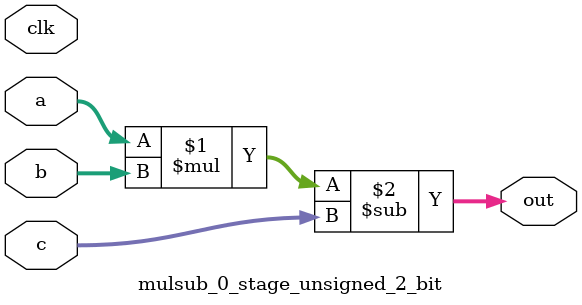
<source format=sv>
(* use_dsp = "yes" *) module mulsub_0_stage_unsigned_2_bit(
	input  [1:0] a,
	input  [1:0] b,
	input  [1:0] c,
	output [1:0] out,
	input clk);

	assign out = (a * b) - c;
endmodule

</source>
